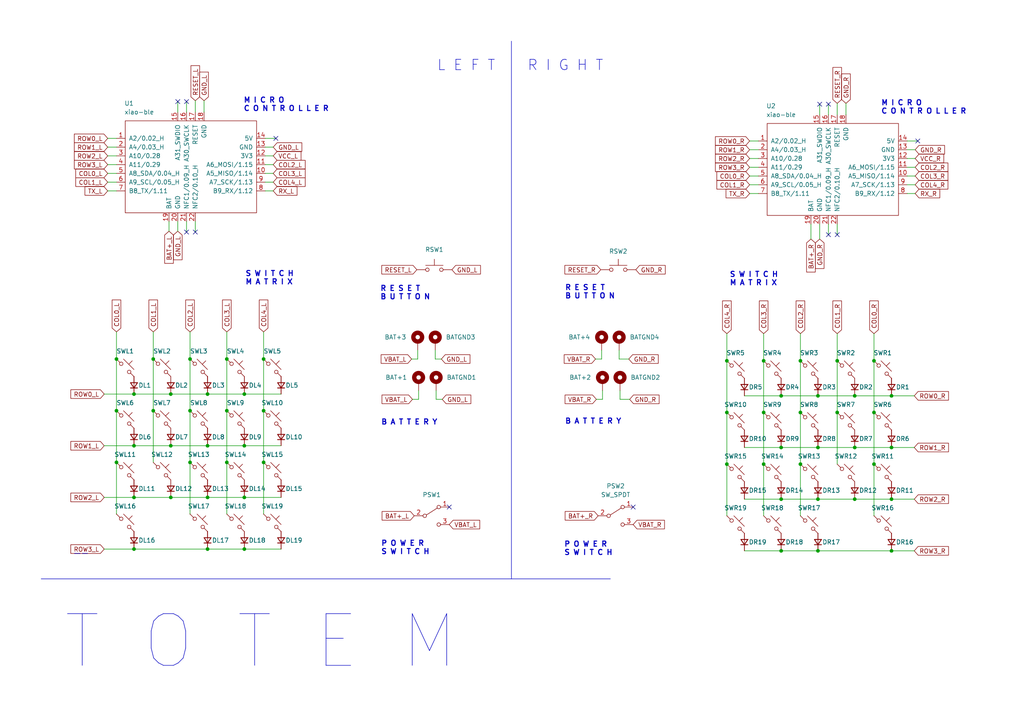
<source format=kicad_sch>
(kicad_sch (version 20231120) (generator "eeschema") (generator_version "8.0")
  (paper "A4")
  (title_block (title "TOTEM split keyboard") (date "2022-11-09") (rev "0.3") (comment 1 "made by GEIST"))
  (lib_symbols
    (symbol "Device:D_Small" (pin_numbers hide) (pin_names (offset 0.254) hide)
      (property "Reference" "D" (at -1.27 2.032 0))
      (property "Value" "D_Small" (at -3.81 -2.032 0))
      (symbol "D_Small_0_1"
        (polyline (pts (xy -0.762 -1.016) (xy -0.762 1.016)) (stroke (width 0.254)))
        (polyline (pts (xy -0.762 0) (xy 0.762 0)))
        (polyline (pts (xy 0.762 -1.016) (xy -0.762 0) (xy 0.762 1.016) (xy 0.762 -1.016)) (stroke (width 0.254)))
      )
      (symbol "D_Small_1_1"
        (pin passive line (at -2.54 0 0) (length 1.778) (name "K") (number "1"))
        (pin passive line (at 2.54 0 180) (length 1.778) (name "A") (number "2"))
      )
    )
    (symbol "Mechanical:MountingHole_Pad" (pin_numbers hide) (pin_names (offset 1.016) hide)
      (property "Reference" "H" (at 0 6.35 0))
      (property "Value" "MountingHole_Pad" (at 0 4.445 0))
      (symbol "MountingHole_Pad_0_1"
        (circle (center 0 1.27) (radius 1.27) (stroke (width 1.27)))
      )
      (symbol "MountingHole_Pad_1_1"
        (pin input line (at 0 -2.54 90) (length 2.54) (name "1") (number "1"))
      )
    )
    (symbol "Switch:SW_Push" (pin_numbers hide) (pin_names (offset 1.016) hide)
      (property "Reference" "SW" (at 1.27 2.54 0))
      (property "Value" "SW_Push" (at 0 -1.524 0))
      (symbol "SW_Push_0_1"
        (circle (center -2.032 0) (radius 0.508))
        (polyline (pts (xy 0 1.27) (xy 0 3.048)))
        (polyline (pts (xy 2.54 1.27) (xy -2.54 1.27)))
        (circle (center 2.032 0) (radius 0.508))
        (pin passive line (at -5.08 0 0) (length 2.54) (name "1") (number "1"))
        (pin passive line (at 5.08 0 180) (length 2.54) (name "2") (number "2"))
      )
    )
    (symbol "Switch:SW_Push_45deg" (pin_numbers hide) (pin_names (offset 1.016) hide)
      (property "Reference" "SW" (at 3.048 1.016 0))
      (property "Value" "SW_Push_45deg" (at 0 -3.81 0))
      (symbol "SW_Push_45deg_0_1"
        (circle (center -1.1684 1.1684) (radius 0.508))
        (polyline (pts (xy -0.508 2.54) (xy 2.54 -0.508)))
        (polyline (pts (xy 1.016 1.016) (xy 2.032 2.032)))
        (polyline (pts (xy -2.54 2.54) (xy -1.524 1.524) (xy -1.524 1.524)))
        (polyline (pts (xy 1.524 -1.524) (xy 2.54 -2.54) (xy 2.54 -2.54) (xy 2.54 -2.54)))
        (circle (center 1.143 -1.1938) (radius 0.508))
        (pin passive line (at -2.54 2.54 0) (length 0) (name "1") (number "1"))
        (pin passive line (at 2.54 -2.54 180) (length 0) (name "2") (number "2"))
      )
    )
    (symbol "Switch:SW_SPDT" (pin_names (offset 0) hide)
      (property "Reference" "SW" (at 0 4.318 0))
      (property "Value" "SW_SPDT" (at 0 -5.08 0))
      (symbol "SW_SPDT_0_0"
        (circle (center -2.032 0) (radius 0.508))
        (circle (center 2.032 -2.54) (radius 0.508))
      )
      (symbol "SW_SPDT_0_1"
        (polyline (pts (xy -1.524 0.254) (xy 1.651 2.286)))
        (circle (center 2.032 2.54) (radius 0.508))
      )
      (symbol "SW_SPDT_1_1"
        (pin passive line (at 5.08 2.54 180) (length 2.54) (name "A") (number "1"))
        (pin passive line (at -5.08 0 0) (length 2.54) (name "B") (number "2"))
        (pin passive line (at 5.08 -2.54 180) (length 2.54) (name "C") (number "3"))
      )
    )
    (symbol "mcu:xiao-ble" (pin_names (offset 1.016))
      (property "Reference" "U" (at -17.78 16.51 0))
      (property "Value" "xiao-ble" (at -15.24 13.97 0))
      (symbol "xiao-ble_0_1"
        (rectangle (start -19.05 12.7) (end 19.05 -13.97))
      )
      (symbol "xiao-ble_1_1"
        (pin bidirectional line (at -21.59 7.62 0) (length 2.54) (name "A2/0.02_H") (number "1"))
        (pin bidirectional line (at 21.59 -2.54 180) (length 2.54) (name "A5_MISO/1.14") (number "10"))
        (pin bidirectional line (at 21.59 0 180) (length 2.54) (name "A6_MOSI/1.15") (number "11"))
        (pin power_out line (at 21.59 2.54 180) (length 2.54) (name "3V3") (number "12"))
        (pin power_out line (at 21.59 5.08 180) (length 2.54) (name "GND") (number "13"))
        (pin power_out line (at 21.59 7.62 180) (length 2.54) (name "5V") (number "14"))
        (pin input line (at -3.81 15.24 270) (length 2.54) (name "A31_SWDIO") (number "15"))
        (pin input line (at -1.27 15.24 270) (length 2.54) (name "A30_SWCLK") (number "16"))
        (pin input line (at 1.27 15.24 270) (length 2.54) (name "RESET") (number "17"))
        (pin power_out line (at 3.81 15.24 270) (length 2.54) (name "GND") (number "18"))
        (pin bidirectional line (at -6.35 -16.51 90) (length 2.54) (name "BAT") (number "19"))
        (pin bidirectional line (at -21.59 5.08 0) (length 2.54) (name "A4/0.03_H") (number "2"))
        (pin power_out line (at -3.81 -16.51 90) (length 2.54) (name "GND") (number "20"))
        (pin bidirectional line (at -1.27 -16.51 90) (length 2.54) (name "NFC1/0.09_H") (number "21"))
        (pin bidirectional line (at 1.27 -16.51 90) (length 2.54) (name "NFC2/0.10_H") (number "22"))
        (pin bidirectional line (at -21.59 2.54 0) (length 2.54) (name "A10/0.28") (number "3"))
        (pin bidirectional line (at -21.59 0 0) (length 2.54) (name "A11/0.29") (number "4"))
        (pin bidirectional line (at -21.59 -2.54 0) (length 2.54) (name "A8_SDA/0.04_H") (number "5"))
        (pin bidirectional line (at -21.59 -5.08 0) (length 2.54) (name "A9_SCL/0.05_H") (number "6"))
        (pin bidirectional line (at -21.59 -7.62 0) (length 2.54) (name "B8_TX/1.11") (number "7"))
        (pin bidirectional line (at 21.59 -7.62 180) (length 2.54) (name "B9_RX/1.12") (number "8"))
        (pin bidirectional line (at 21.59 -5.08 180) (length 2.54) (name "A7_SCK/1.13") (number "9"))
      )
    )
  )
  (junction (at 33.782 104.14))
  (junction (at 33.782 134.112))
  (junction (at 226.568 129.794))
  (junction (at 49.53 114.3))
  (junction (at 44.45 119.126))
  (junction (at 55.118 119.126))
  (junction (at 70.866 129.286))
  (junction (at 226.568 144.78))
  (junction (at 226.568 159.766))
  (junction (at 237.236 114.808))
  (junction (at 49.53 144.272))
  (junction (at 38.862 159.258))
  (junction (at 232.156 119.634))
  (junction (at 258.572 144.78))
  (junction (at 76.454 104.14))
  (junction (at 70.866 144.272))
  (junction (at 221.488 119.634))
  (junction (at 237.236 159.766))
  (junction (at 247.904 144.78))
  (junction (at 76.454 119.126))
  (junction (at 44.45 104.14))
  (junction (at 70.866 114.3))
  (junction (at 210.82 134.62))
  (junction (at 232.156 134.62))
  (junction (at 55.118 104.14))
  (junction (at 247.904 129.794))
  (junction (at 242.824 104.648))
  (junction (at 60.198 144.272))
  (junction (at 38.862 144.272))
  (junction (at 232.156 104.648))
  (junction (at 247.904 114.808))
  (junction (at 210.82 104.648))
  (junction (at 65.786 104.14))
  (junction (at 60.198 114.3))
  (junction (at 60.198 159.258))
  (junction (at 258.572 129.794))
  (junction (at 49.53 129.286))
  (junction (at 33.782 119.126))
  (junction (at 258.572 114.808))
  (junction (at 70.866 159.258))
  (junction (at 237.236 129.794))
  (junction (at 221.488 134.62))
  (junction (at 55.118 134.112))
  (junction (at 258.572 159.766))
  (junction (at 253.492 119.634))
  (junction (at 242.824 119.634))
  (junction (at 38.862 129.286))
  (junction (at 65.786 119.126))
  (junction (at 76.454 134.112))
  (junction (at 253.492 134.62))
  (junction (at 65.786 134.112))
  (junction (at 226.568 114.808))
  (junction (at 60.198 129.286))
  (junction (at 237.236 144.78))
  (junction (at 38.862 114.3))
  (junction (at 253.492 104.648))
  (junction (at 221.488 104.648))
  (junction (at 210.82 119.634))
  (no_connect (at 237.744 30.226))
  (no_connect (at 240.284 30.226))
  (no_connect (at 54.102 67.31))
  (no_connect (at 56.642 67.31))
  (no_connect (at 183.642 147.066))
  (no_connect (at 54.102 29.464))
  (no_connect (at 51.562 29.464))
  (no_connect (at 266.192 40.894))
  (no_connect (at 80.01 40.132))
  (no_connect (at 130.302 147.066))
  (no_connect (at 242.824 68.072))
  (no_connect (at 240.284 68.072))
  (wire (pts (xy 215.9 144.78) (xy 226.568 144.78)))
  (wire (pts (xy 49.022 64.262) (xy 49.022 67.056)))
  (wire (pts (xy 217.424 40.894) (xy 219.964 40.894)))
  (wire (pts (xy 215.9 129.794) (xy 226.568 129.794)))
  (wire (pts (xy 179.578 104.14) (xy 182.372 104.14)))
  (wire (pts (xy 121.158 104.14) (xy 121.158 101.6)))
  (wire (pts (xy 119.38 104.14) (xy 121.158 104.14)))
  (wire (pts (xy 247.904 114.808) (xy 258.572 114.808)))
  (wire (pts (xy 179.832 113.284) (xy 179.832 115.824)))
  (wire (pts (xy 76.962 40.132) (xy 80.01 40.132)))
  (wire (pts (xy 253.492 96.774) (xy 253.492 104.648)))
  (wire (pts (xy 126.492 115.824) (xy 128.27 115.824)))
  (wire (pts (xy 126.492 113.284) (xy 126.492 115.824)))
  (wire (pts (xy 56.642 29.21) (xy 56.642 32.512)))
  (wire (pts (xy 65.786 104.14) (xy 65.786 119.126)))
  (wire (pts (xy 263.144 51.054) (xy 265.43 51.054)))
  (wire (pts (xy 240.284 65.024) (xy 240.284 68.072)))
  (wire (pts (xy 49.53 144.272) (xy 60.198 144.272)))
  (wire (pts (xy 210.82 96.774) (xy 210.82 104.648)))
  (wire (pts (xy 31.242 40.132) (xy 33.782 40.132)))
  (wire (pts (xy 217.424 56.134) (xy 219.964 56.134)))
  (wire (pts (xy 70.866 129.286) (xy 81.534 129.286)))
  (wire (pts (xy 226.568 144.78) (xy 237.236 144.78)))
  (wire (pts (xy 210.82 134.62) (xy 210.82 149.606)))
  (wire (pts (xy 210.82 119.634) (xy 210.82 134.62)))
  (wire (pts (xy 237.236 114.808) (xy 247.904 114.808)))
  (wire (pts (xy 217.424 51.054) (xy 219.964 51.054)))
  (wire (pts (xy 65.786 119.126) (xy 65.786 134.112)))
  (wire (pts (xy 263.144 43.434) (xy 265.43 43.434)))
  (wire (pts (xy 55.118 134.112) (xy 55.118 149.098)))
  (wire (pts (xy 253.492 134.62) (xy 253.492 149.606)))
  (wire (pts (xy 38.862 129.286) (xy 49.53 129.286)))
  (wire (pts (xy 76.454 104.14) (xy 76.454 119.126)))
  (wire (pts (xy 242.824 104.648) (xy 242.824 119.634)))
  (wire (pts (xy 232.156 96.774) (xy 232.156 104.648)))
  (wire (pts (xy 126.238 104.14) (xy 128.016 104.14)))
  (wire (pts (xy 215.9 114.808) (xy 226.568 114.808)))
  (wire (pts (xy 76.962 45.212) (xy 79.248 45.212)))
  (wire (pts (xy 33.782 134.112) (xy 33.782 149.098)))
  (wire (pts (xy 31.242 47.752) (xy 33.782 47.752)))
  (wire (pts (xy 54.102 29.464) (xy 54.102 32.512)))
  (wire (pts (xy 217.424 48.514) (xy 219.964 48.514)))
  (wire (pts (xy 30.226 129.286) (xy 38.862 129.286)))
  (wire (pts (xy 237.744 65.024) (xy 237.744 69.342)))
  (wire (pts (xy 76.962 52.832) (xy 79.248 52.832)))
  (wire (pts (xy 253.492 104.648) (xy 253.492 119.634)))
  (wire (pts (xy 174.498 104.14) (xy 174.498 101.6)))
  (wire (pts (xy 38.862 144.272) (xy 49.53 144.272)))
  (wire (pts (xy 51.562 29.464) (xy 51.562 32.512)))
  (wire (pts (xy 76.962 55.372) (xy 79.248 55.372)))
  (polyline (pts (xy 21.59 160.528) (xy 25.4 160.528)) (stroke (width 0) (type dash)))
  (wire (pts (xy 263.144 56.134) (xy 265.43 56.134)))
  (wire (pts (xy 263.144 40.894) (xy 266.192 40.894)))
  (wire (pts (xy 215.9 159.766) (xy 226.568 159.766)))
  (wire (pts (xy 70.866 114.3) (xy 81.534 114.3)))
  (wire (pts (xy 179.578 101.6) (xy 179.578 104.14)))
  (wire (pts (xy 258.572 129.794) (xy 265.176 129.794)))
  (wire (pts (xy 263.144 48.514) (xy 265.43 48.514)))
  (wire (pts (xy 242.824 119.634) (xy 242.824 134.62)))
  (wire (pts (xy 33.782 96.266) (xy 33.782 104.14)))
  (wire (pts (xy 76.454 96.266) (xy 76.454 104.14)))
  (wire (pts (xy 232.156 119.634) (xy 232.156 134.62)))
  (wire (pts (xy 38.862 159.258) (xy 60.198 159.258)))
  (wire (pts (xy 258.572 144.78) (xy 265.176 144.78)))
  (wire (pts (xy 31.242 45.212) (xy 33.782 45.212)))
  (wire (pts (xy 237.236 159.766) (xy 258.572 159.766)))
  (wire (pts (xy 65.786 96.266) (xy 65.786 104.14)))
  (wire (pts (xy 76.454 134.112) (xy 76.454 149.098)))
  (wire (pts (xy 119.634 115.824) (xy 121.412 115.824)))
  (wire (pts (xy 221.488 104.648) (xy 221.488 119.634)))
  (wire (pts (xy 242.824 96.774) (xy 242.824 104.648)))
  (wire (pts (xy 242.824 65.024) (xy 242.824 68.072)))
  (wire (pts (xy 226.568 159.766) (xy 237.236 159.766)))
  (wire (pts (xy 221.488 134.62) (xy 221.488 149.606)))
  (wire (pts (xy 172.72 104.14) (xy 174.498 104.14)))
  (wire (pts (xy 126.238 101.6) (xy 126.238 104.14)))
  (wire (pts (xy 237.236 144.78) (xy 247.904 144.78)))
  (wire (pts (xy 245.364 29.972) (xy 245.364 33.274)))
  (polyline (pts (xy 148.336 11.938) (xy 148.336 167.894)) (stroke (width 0) (type solid)))
  (wire (pts (xy 121.412 115.824) (xy 121.412 113.284)))
  (wire (pts (xy 30.226 114.3) (xy 38.862 114.3)))
  (wire (pts (xy 76.454 119.126) (xy 76.454 134.112)))
  (wire (pts (xy 258.572 159.766) (xy 265.176 159.766)))
  (wire (pts (xy 59.182 29.21) (xy 59.182 32.512)))
  (wire (pts (xy 49.53 129.286) (xy 60.198 129.286)))
  (wire (pts (xy 31.242 50.292) (xy 33.782 50.292)))
  (wire (pts (xy 258.572 114.808) (xy 265.176 114.808)))
  (wire (pts (xy 263.144 45.974) (xy 265.43 45.974)))
  (polyline (pts (xy 11.938 167.894) (xy 177.038 167.894)) (stroke (width 0) (type solid)))
  (wire (pts (xy 60.198 144.272) (xy 70.866 144.272)))
  (wire (pts (xy 242.824 29.972) (xy 242.824 33.274)))
  (wire (pts (xy 172.974 115.824) (xy 174.752 115.824)))
  (wire (pts (xy 247.904 129.794) (xy 258.572 129.794)))
  (wire (pts (xy 237.744 30.226) (xy 237.744 33.274)))
  (wire (pts (xy 226.568 114.808) (xy 237.236 114.808)))
  (wire (pts (xy 56.642 64.262) (xy 56.642 67.31)))
  (wire (pts (xy 49.53 114.3) (xy 60.198 114.3)))
  (wire (pts (xy 60.198 129.286) (xy 70.866 129.286)))
  (wire (pts (xy 232.156 134.62) (xy 232.156 149.606)))
  (wire (pts (xy 263.144 53.594) (xy 265.43 53.594)))
  (wire (pts (xy 31.242 55.372) (xy 33.782 55.372)))
  (wire (pts (xy 44.45 104.14) (xy 44.45 119.126)))
  (wire (pts (xy 217.424 53.594) (xy 219.964 53.594)))
  (wire (pts (xy 44.45 119.126) (xy 44.45 134.112)))
  (wire (pts (xy 237.236 129.794) (xy 247.904 129.794)))
  (wire (pts (xy 44.45 96.266) (xy 44.45 104.14)))
  (wire (pts (xy 38.862 114.3) (xy 49.53 114.3)))
  (wire (pts (xy 55.118 119.126) (xy 55.118 134.112)))
  (wire (pts (xy 217.424 43.434) (xy 219.964 43.434)))
  (wire (pts (xy 221.488 119.634) (xy 221.488 134.62)))
  (wire (pts (xy 65.786 134.112) (xy 65.786 149.098)))
  (wire (pts (xy 76.962 47.752) (xy 79.248 47.752)))
  (wire (pts (xy 174.752 115.824) (xy 174.752 113.284)))
  (wire (pts (xy 240.284 30.226) (xy 240.284 33.274)))
  (wire (pts (xy 60.198 159.258) (xy 70.866 159.258)))
  (wire (pts (xy 210.82 104.648) (xy 210.82 119.634)))
  (wire (pts (xy 31.242 52.832) (xy 33.782 52.832)))
  (wire (pts (xy 247.904 144.78) (xy 258.572 144.78)))
  (wire (pts (xy 221.488 96.774) (xy 221.488 104.648)))
  (wire (pts (xy 30.226 144.272) (xy 38.862 144.272)))
  (wire (pts (xy 76.962 42.672) (xy 79.248 42.672)))
  (wire (pts (xy 31.242 42.672) (xy 33.782 42.672)))
  (wire (pts (xy 232.156 104.648) (xy 232.156 119.634)))
  (wire (pts (xy 70.866 159.258) (xy 81.534 159.258)))
  (wire (pts (xy 235.204 65.024) (xy 235.204 69.342)))
  (wire (pts (xy 55.118 104.14) (xy 55.118 119.126)))
  (wire (pts (xy 33.782 104.14) (xy 33.782 119.126)))
  (wire (pts (xy 54.102 64.262) (xy 54.102 67.31)))
  (wire (pts (xy 55.118 96.266) (xy 55.118 104.14)))
  (wire (pts (xy 179.832 115.824) (xy 182.626 115.824)))
  (wire (pts (xy 60.198 114.3) (xy 70.866 114.3)))
  (wire (pts (xy 76.962 50.292) (xy 79.248 50.292)))
  (wire (pts (xy 51.562 64.262) (xy 51.562 67.056)))
  (wire (pts (xy 30.226 159.258) (xy 38.862 159.258)))
  (wire (pts (xy 33.782 119.126) (xy 33.782 134.112)))
  (wire (pts (xy 217.424 45.974) (xy 219.964 45.974)))
  (wire (pts (xy 253.492 119.634) (xy 253.492 134.62)))
  (wire (pts (xy 70.866 144.272) (xy 81.534 144.272)))
  (wire (pts (xy 226.568 129.794) (xy 237.236 129.794)))
  (text "M I C R O \nC O N T R O L L E R" (at 255.524 33.274 0) (effects (font (size 1.5 1.5) (thickness 0.3) (bold yes)) (justify left bottom)))
  (text "R E S E T \nB U T T O N" (at 110.236 87.122 0) (effects (font (size 1.5 1.5) (thickness 0.3) (bold yes)) (justify left bottom)))
  (text "S W I T C H\nM A T R I X" (at 71.12 82.804 0) (effects (font (size 1.5 1.5) (thickness 0.3) (bold yes)) (justify left bottom)))
  (text "P O W E R\nS W I T C H" (at 110.49 161.036 0) (effects (font (size 1.5 1.5) (thickness 0.3) (bold yes)) (justify left bottom)))
  (text "R E S E T \nB U T T O N" (at 163.83 86.868 0) (effects (font (size 1.5 1.5) (thickness 0.3) (bold yes)) (justify left bottom)))
  (text "T O T E M" (at 18.034 195.072 0) (effects (font (size 15 15)) (justify left bottom)))
  (text "S W I T C H\nM A T R I X" (at 211.582 83.058 0) (effects (font (size 1.5 1.5) (thickness 0.3) (bold yes)) (justify left bottom)))
  (text "B A T T E R Y" (at 110.49 123.444 0) (effects (font (size 1.5 1.5) (thickness 0.3) (bold yes)) (justify left bottom)))
  (text "P O W E R\nS W I T C H" (at 163.576 161.29 0) (effects (font (size 1.5 1.5) (thickness 0.3) (bold yes)) (justify left bottom)))
  (text "R I G H T" (at 152.908 20.828 0) (effects (font (size 3 3)) (justify left bottom)))
  (text "B A T T E R Y" (at 163.83 123.19 0) (effects (font (size 1.5 1.5) (thickness 0.3) (bold yes)) (justify left bottom)))
  (text "L E F T" (at 143.764 20.828 0) (effects (font (size 3 3)) (justify right bottom)))
  (text "M I C R O \nC O N T R O L L E R" (at 70.612 32.512 0) (effects (font (size 1.5 1.5) (thickness 0.3) (bold yes)) (justify left bottom)))
  (global_label "GND_L" (shape input) (at 131.064 78.232 0) (property "Intersheetrefs" "${INTERSHEET_REFS}" (effects (hide yes))))
  (global_label "VCC_R" (shape input) (at 265.43 45.974 0) (property "Intersheetrefs" "${INTERSHEET_REFS}" (effects (hide yes))))
  (global_label "ROW3_R" (shape input) (at 265.176 159.766 0) (property "Intersheetrefs" "${INTERSHEET_REFS}" (effects (hide yes))))
  (global_label "GND_R" (shape input) (at 265.43 43.434 0) (property "Intersheetrefs" "${INTERSHEET_REFS}" (effects (hide yes))))
  (global_label "COL3_L" (shape input) (at 65.786 96.266 90) (property "Intersheetrefs" "${INTERSHEET_REFS}" (effects (hide yes))))
  (global_label "COL4_L" (shape input) (at 76.454 96.266 90) (property "Intersheetrefs" "${INTERSHEET_REFS}" (effects (hide yes))))
  (global_label "ROW0_R" (shape input) (at 265.176 114.808 0) (property "Intersheetrefs" "${INTERSHEET_REFS}" (effects (hide yes))))
  (global_label "GND_L" (shape input) (at 128.016 104.14 0) (property "Intersheetrefs" "${INTERSHEET_REFS}" (effects (hide yes))))
  (global_label "COL1_L" (shape input) (at 44.45 96.266 90) (property "Intersheetrefs" "${INTERSHEET_REFS}" (effects (hide yes))))
  (global_label "GND_L" (shape input) (at 59.182 29.21 90) (property "Intersheetrefs" "${INTERSHEET_REFS}" (effects (hide yes))))
  (global_label "COL2_R" (shape input) (at 232.156 96.774 90) (property "Intersheetrefs" "${INTERSHEET_REFS}" (effects (hide yes))))
  (global_label "GND_L" (shape input) (at 79.248 42.672 0) (property "Intersheetrefs" "${INTERSHEET_REFS}" (effects (hide yes))))
  (global_label "BAT+_L" (shape input) (at 120.142 149.606 180) (property "Intersheetrefs" "${INTERSHEET_REFS}" (effects (hide yes))))
  (global_label "ROW0_R" (shape input) (at 217.424 40.894 180) (property "Intersheetrefs" "${INTERSHEET_REFS}" (effects (hide yes))))
  (global_label "COL0_R" (shape input) (at 217.424 51.054 180) (property "Intersheetrefs" "${INTERSHEET_REFS}" (effects (hide yes))))
  (global_label "COL4_R" (shape input) (at 265.43 53.594 0) (property "Intersheetrefs" "${INTERSHEET_REFS}" (effects (hide yes))))
  (global_label "RESET_R" (shape input) (at 242.824 29.972 90) (property "Intersheetrefs" "${INTERSHEET_REFS}" (effects (hide yes))))
  (global_label "RESET_R" (shape input) (at 174.244 78.232 180) (property "Intersheetrefs" "${INTERSHEET_REFS}" (effects (hide yes))))
  (global_label "ROW3_L" (shape input) (at 30.226 159.258 180) (property "Intersheetrefs" "${INTERSHEET_REFS}" (effects (hide yes))))
  (global_label "VBAT_R" (shape input) (at 183.642 152.146 0) (property "Intersheetrefs" "${INTERSHEET_REFS}" (effects (hide yes))))
  (global_label "GND_L" (shape input) (at 51.562 67.056 270) (property "Intersheetrefs" "${INTERSHEET_REFS}" (effects (hide yes))))
  (global_label "RESET_L" (shape input) (at 120.904 78.232 180) (property "Intersheetrefs" "${INTERSHEET_REFS}" (effects (hide yes))))
  (global_label "VBAT_R" (shape input) (at 172.974 115.824 180) (property "Intersheetrefs" "${INTERSHEET_REFS}" (effects (hide yes))))
  (global_label "VCC_L" (shape input) (at 79.248 45.212 0) (property "Intersheetrefs" "${INTERSHEET_REFS}" (effects (hide yes))))
  (global_label "BAT+_L" (shape input) (at 49.022 67.056 270) (property "Intersheetrefs" "${INTERSHEET_REFS}" (effects (hide yes))))
  (global_label "COL1_R" (shape input) (at 217.424 53.594 180) (property "Intersheetrefs" "${INTERSHEET_REFS}" (effects (hide yes))))
  (global_label "ROW3_R" (shape input) (at 217.424 48.514 180) (property "Intersheetrefs" "${INTERSHEET_REFS}" (effects (hide yes))))
  (global_label "BAT+_R" (shape input) (at 173.482 149.606 180) (property "Intersheetrefs" "${INTERSHEET_REFS}" (effects (hide yes))))
  (global_label "ROW0_L" (shape input) (at 30.226 114.3 180) (property "Intersheetrefs" "${INTERSHEET_REFS}" (effects (hide yes))))
  (global_label "GND_L" (shape input) (at 128.27 115.824 0) (property "Intersheetrefs" "${INTERSHEET_REFS}" (effects (hide yes))))
  (global_label "VBAT_L" (shape input) (at 119.634 115.824 180) (property "Intersheetrefs" "${INTERSHEET_REFS}" (effects (hide yes))))
  (global_label "ROW1_R" (shape input) (at 265.176 129.794 0) (property "Intersheetrefs" "${INTERSHEET_REFS}" (effects (hide yes))))
  (global_label "BAT+_R" (shape input) (at 235.204 69.342 270) (property "Intersheetrefs" "${INTERSHEET_REFS}" (effects (hide yes))))
  (global_label "GND_R" (shape input) (at 182.626 115.824 0) (property "Intersheetrefs" "${INTERSHEET_REFS}" (effects (hide yes))))
  (global_label "RX_L" (shape input) (at 79.248 55.372 0) (property "Intersheetrefs" "${INTERSHEET_REFS}" (effects (hide yes))))
  (global_label "GND_R" (shape input) (at 184.404 78.232 0) (property "Intersheetrefs" "${INTERSHEET_REFS}" (effects (hide yes))))
  (global_label "COL0_L" (shape input) (at 33.782 96.266 90) (property "Intersheetrefs" "${INTERSHEET_REFS}" (effects (hide yes))))
  (global_label "GND_R" (shape input) (at 182.372 104.14 0) (property "Intersheetrefs" "${INTERSHEET_REFS}" (effects (hide yes))))
  (global_label "ROW3_L" (shape input) (at 31.242 47.752 180) (property "Intersheetrefs" "${INTERSHEET_REFS}" (effects (hide yes))))
  (global_label "COL3_R" (shape input) (at 265.43 51.054 0) (property "Intersheetrefs" "${INTERSHEET_REFS}" (effects (hide yes))))
  (global_label "VBAT_R" (shape input) (at 172.72 104.14 180) (property "Intersheetrefs" "${INTERSHEET_REFS}" (effects (hide yes))))
  (global_label "COL4_R" (shape input) (at 210.82 96.774 90) (property "Intersheetrefs" "${INTERSHEET_REFS}" (effects (hide yes))))
  (global_label "RESET_L" (shape input) (at 56.642 29.21 90) (property "Intersheetrefs" "${INTERSHEET_REFS}" (effects (hide yes))))
  (global_label "COL3_R" (shape input) (at 221.488 96.774 90) (property "Intersheetrefs" "${INTERSHEET_REFS}" (effects (hide yes))))
  (global_label "TX_R" (shape input) (at 217.424 56.134 180) (property "Intersheetrefs" "${INTERSHEET_REFS}" (effects (hide yes))))
  (global_label "ROW1_L" (shape input) (at 30.226 129.286 180) (property "Intersheetrefs" "${INTERSHEET_REFS}" (effects (hide yes))))
  (global_label "ROW2_L" (shape input) (at 31.242 45.212 180) (property "Intersheetrefs" "${INTERSHEET_REFS}" (effects (hide yes))))
  (global_label "GND_R" (shape input) (at 237.744 69.342 270) (property "Intersheetrefs" "${INTERSHEET_REFS}" (effects (hide yes))))
  (global_label "COL2_R" (shape input) (at 265.43 48.514 0) (property "Intersheetrefs" "${INTERSHEET_REFS}" (effects (hide yes))))
  (global_label "GND_R" (shape input) (at 245.364 29.972 90) (property "Intersheetrefs" "${INTERSHEET_REFS}" (effects (hide yes))))
  (global_label "VBAT_L" (shape input) (at 119.38 104.14 180) (property "Intersheetrefs" "${INTERSHEET_REFS}" (effects (hide yes))))
  (global_label "VBAT_L" (shape input) (at 130.302 152.146 0) (property "Intersheetrefs" "${INTERSHEET_REFS}" (effects (hide yes))))
  (global_label "ROW1_L" (shape input) (at 31.242 42.672 180) (property "Intersheetrefs" "${INTERSHEET_REFS}" (effects (hide yes))))
  (global_label "COL1_R" (shape input) (at 242.824 96.774 90) (property "Intersheetrefs" "${INTERSHEET_REFS}" (effects (hide yes))))
  (global_label "COL0_L" (shape input) (at 31.242 50.292 180) (property "Intersheetrefs" "${INTERSHEET_REFS}" (effects (hide yes))))
  (global_label "COL2_L" (shape input) (at 79.248 47.752 0) (property "Intersheetrefs" "${INTERSHEET_REFS}" (effects (hide yes))))
  (global_label "ROW1_R" (shape input) (at 217.424 43.434 180) (property "Intersheetrefs" "${INTERSHEET_REFS}" (effects (hide yes))))
  (global_label "ROW2_R" (shape input) (at 265.176 144.78 0) (property "Intersheetrefs" "${INTERSHEET_REFS}" (effects (hide yes))))
  (global_label "COL0_R" (shape input) (at 253.492 96.774 90) (property "Intersheetrefs" "${INTERSHEET_REFS}" (effects (hide yes))))
  (global_label "COL3_L" (shape input) (at 79.248 50.292 0) (property "Intersheetrefs" "${INTERSHEET_REFS}" (effects (hide yes))))
  (global_label "COL2_L" (shape input) (at 55.118 96.266 90) (property "Intersheetrefs" "${INTERSHEET_REFS}" (effects (hide yes))))
  (global_label "TX_L" (shape input) (at 31.242 55.372 180) (property "Intersheetrefs" "${INTERSHEET_REFS}" (effects (hide yes))))
  (global_label "ROW2_L" (shape input) (at 30.226 144.272 180) (property "Intersheetrefs" "${INTERSHEET_REFS}" (effects (hide yes))))
  (global_label "COL4_L" (shape input) (at 79.248 52.832 0) (property "Intersheetrefs" "${INTERSHEET_REFS}" (effects (hide yes))))
  (global_label "RX_R" (shape input) (at 265.43 56.134 0) (property "Intersheetrefs" "${INTERSHEET_REFS}" (effects (hide yes))))
  (global_label "ROW0_L" (shape input) (at 31.242 40.132 180) (property "Intersheetrefs" "${INTERSHEET_REFS}" (effects (hide yes))))
  (global_label "COL1_L" (shape input) (at 31.242 52.832 180) (property "Intersheetrefs" "${INTERSHEET_REFS}" (effects (hide yes))))
  (global_label "ROW2_R" (shape input) (at 217.424 45.974 180) (property "Intersheetrefs" "${INTERSHEET_REFS}" (effects (hide yes))))
  (symbol (lib_id "Device:D_Small") (at 81.534 156.718 90) (unit 1)
    (property "Reference" "DL19" (at 82.804 156.718 90) (effects (justify right)))
    (property "Value" "D_Small" (effects (hide yes)))
    (property "Footprint" "TOTEMlib:Diode_SOD123" (effects (hide yes)))
  )
  (symbol (lib_id "Switch:SW_Push_45deg") (at 245.364 107.188 0) (unit 1)
    (property "Reference" "SWR2" (at 245.364 102.362 0))
    (property "Value" "SW_Push_45deg" (effects (hide yes)))
    (property "Footprint" "TOTEMlib:Kailh_socket_PG1350_optional" (effects (hide yes)))
  )
  (symbol (lib_id "Switch:SW_Push_45deg") (at 57.658 151.638 0) (unit 1)
    (property "Reference" "SWL17" (at 57.658 146.812 0))
    (property "Value" "SW_Push_45deg" (effects (hide yes)))
    (property "Footprint" "TOTEMlib:Kailh_socket_PG1350_optional" (effects (hide yes)))
  )
  (symbol (lib_id "Switch:SW_Push_45deg") (at 36.322 151.638 0) (unit 1)
    (property "Reference" "SWL16" (at 36.322 146.812 0))
    (property "Value" "SW_Push_45deg" (effects (hide yes)))
    (property "Footprint" "TOTEMlib:Kailh_socket_PG1350_optional" (effects (hide yes)))
  )
  (symbol (lib_id "Switch:SW_Push_45deg") (at 256.032 152.146 0) (unit 1)
    (property "Reference" "SWR16" (at 256.032 147.32 0))
    (property "Value" "SW_Push_45deg" (effects (hide yes)))
    (property "Footprint" "TOTEMlib:Kailh_socket_PG1350_optional" (effects (hide yes)))
  )
  (symbol (lib_id "Switch:SW_SPDT") (at 125.222 149.606 0) (unit 1)
    (property "Reference" "PSW1" (at 125.222 143.51 0))
    (property "Value" "SW_SPDT" (effects (hide yes)))
    (property "Footprint" "TOTEMlib:MSK12C02" (effects (hide yes)))
  )
  (symbol (lib_id "Switch:SW_Push_45deg") (at 68.326 106.68 0) (unit 1)
    (property "Reference" "SWL4" (at 68.326 101.854 0))
    (property "Value" "SW_Push_45deg" (effects (hide yes)))
    (property "Footprint" "TOTEMlib:Kailh_socket_PG1350_optional" (effects (hide yes)))
  )
  (symbol (lib_id "Device:D_Small") (at 258.572 127.254 90) (unit 1)
    (property "Reference" "DR6" (at 259.842 127.254 90) (effects (justify right)))
    (property "Value" "D_Small" (effects (hide yes)))
    (property "Footprint" "TOTEMlib:Diode_SOD123" (effects (hide yes)))
  )
  (symbol (lib_id "Mechanical:MountingHole_Pad") (at 121.412 110.744 0) (unit 1)
    (property "Reference" "BAT+1" (at 118.11 109.474 0) (effects (justify right)))
    (property "Value" "+" (effects (hide yes)))
    (property "Footprint" "TOTEMlib:BatteryPad" (effects (hide yes)))
  )
  (symbol (lib_id "Switch:SW_Push_45deg") (at 234.696 107.188 0) (unit 1)
    (property "Reference" "SWR3" (at 234.696 102.362 0))
    (property "Value" "SW_Push_45deg" (effects (hide yes)))
    (property "Footprint" "TOTEMlib:Kailh_socket_PG1350_optional" (effects (hide yes)))
  )
  (symbol (lib_id "Switch:SW_Push_45deg") (at 57.658 106.68 0) (unit 1)
    (property "Reference" "SWL3" (at 57.658 101.854 0))
    (property "Value" "SW_Push_45deg" (effects (hide yes)))
    (property "Footprint" "TOTEMlib:Kailh_socket_PG1350_optional" (effects (hide yes)))
  )
  (symbol (lib_id "Switch:SW_SPDT") (at 178.562 149.606 0) (unit 1)
    (property "Reference" "PSW2" (at 178.562 140.97 0))
    (property "Value" "SW_SPDT" (at 178.562 143.51 0))
    (property "Footprint" "TOTEMlib:MSK12C02" (effects (hide yes)))
  )
  (symbol (lib_id "Mechanical:MountingHole_Pad") (at 126.492 110.744 0) (unit 1)
    (property "Reference" "BATGND1" (at 129.54 109.474 0) (effects (justify left)))
    (property "Value" "-" (effects (hide yes)))
    (property "Footprint" "TOTEMlib:BatteryPad" (effects (hide yes)))
  )
  (symbol (lib_id "Device:D_Small") (at 215.9 112.268 90) (unit 1)
    (property "Reference" "DR5" (at 217.17 112.268 90) (effects (justify right)))
    (property "Value" "D_Small" (effects (hide yes)))
    (property "Footprint" "TOTEMlib:Diode_SOD123" (effects (hide yes)))
  )
  (symbol (lib_id "Switch:SW_Push_45deg") (at 213.36 122.174 0) (unit 1)
    (property "Reference" "SWR10" (at 213.36 117.348 0))
    (property "Value" "SW_Push_45deg" (effects (hide yes)))
    (property "Footprint" "TOTEMlib:Kailh_socket_PG1350_optional" (effects (hide yes)))
  )
  (symbol (lib_id "Switch:SW_Push") (at 125.984 78.232 0) (unit 1)
    (property "Reference" "RSW1" (at 125.984 72.39 0))
    (property "Value" "SW_Push" (effects (hide yes)))
    (property "Footprint" "TOTEMlib:SKHLLCA010" (effects (hide yes)))
  )
  (symbol (lib_id "Switch:SW_Push_45deg") (at 245.364 137.16 0) (unit 1)
    (property "Reference" "SWR12" (at 245.364 132.334 0))
    (property "Value" "SW_Push_45deg" (effects (hide yes)))
    (property "Footprint" "TOTEMlib:Kailh_socket_PG1350_optional" (effects (hide yes)))
  )
  (symbol (lib_id "Switch:SW_Push_45deg") (at 234.696 122.174 0) (unit 1)
    (property "Reference" "SWR8" (at 234.696 117.348 0))
    (property "Value" "SW_Push_45deg" (effects (hide yes)))
    (property "Footprint" "TOTEMlib:Kailh_socket_PG1350_optional" (effects (hide yes)))
  )
  (symbol (lib_id "Switch:SW_Push_45deg") (at 46.99 121.666 0) (unit 1)
    (property "Reference" "SWL7" (at 46.99 116.84 0))
    (property "Value" "SW_Push_45deg" (effects (hide yes)))
    (property "Footprint" "TOTEMlib:Kailh_socket_PG1350_optional" (effects (hide yes)))
  )
  (symbol (lib_id "mcu:xiao-ble") (at 55.372 47.752 0) (unit 1)
    (property "Reference" "U1" (at 36.068 29.972 0) (effects (justify left)))
    (property "Value" "xiao-ble" (at 36.068 32.512 0) (effects (justify left)))
    (property "Footprint" "TOTEMlib:xiao-ble-smd-cutout" (effects (hide yes)))
  )
  (symbol (lib_id "Device:D_Small") (at 226.568 142.24 90) (unit 1)
    (property "Reference" "DR14" (at 227.838 142.24 90) (effects (justify right)))
    (property "Value" "D_Small" (effects (hide yes)))
    (property "Footprint" "TOTEMlib:Diode_SOD123" (effects (hide yes)))
  )
  (symbol (lib_id "Switch:SW_Push_45deg") (at 234.696 137.16 0) (unit 1)
    (property "Reference" "SWR13" (at 234.696 132.334 0))
    (property "Value" "SW_Push_45deg" (effects (hide yes)))
    (property "Footprint" "TOTEMlib:Kailh_socket_PG1350_optional" (effects (hide yes)))
  )
  (symbol (lib_id "Device:D_Small") (at 38.862 111.76 90) (unit 1)
    (property "Reference" "DL1" (at 40.132 111.76 90) (effects (justify right)))
    (property "Value" "D_Small" (effects (hide yes)))
    (property "Footprint" "TOTEMlib:Diode_SOD123" (effects (hide yes)))
  )
  (symbol (lib_id "Device:D_Small") (at 258.572 157.226 90) (unit 1)
    (property "Reference" "DR16" (at 259.842 157.226 90) (effects (justify right)))
    (property "Value" "D_Small" (effects (hide yes)))
    (property "Footprint" "TOTEMlib:Diode_SOD123" (effects (hide yes)))
  )
  (symbol (lib_id "Mechanical:MountingHole_Pad") (at 126.238 99.06 0) (unit 1)
    (property "Reference" "BATGND3" (at 129.286 97.79 0) (effects (justify left)))
    (property "Value" "-" (effects (hide yes)))
    (property "Footprint" "TOTEMlib:BatteryPad" (effects (hide yes)))
  )
  (symbol (lib_id "Switch:SW_Push_45deg") (at 213.36 107.188 0) (unit 1)
    (property "Reference" "SWR5" (at 213.36 102.362 0))
    (property "Value" "SW_Push_45deg" (effects (hide yes)))
    (property "Footprint" "TOTEMlib:Kailh_socket_PG1350_optional" (effects (hide yes)))
  )
  (symbol (lib_id "Device:D_Small") (at 49.53 111.76 90) (unit 1)
    (property "Reference" "DL2" (at 50.8 111.76 90) (effects (justify right)))
    (property "Value" "D_Small" (effects (hide yes)))
    (property "Footprint" "TOTEMlib:Diode_SOD123" (effects (hide yes)))
  )
  (symbol (lib_id "Switch:SW_Push_45deg") (at 57.658 121.666 0) (unit 1)
    (property "Reference" "SWL8" (at 57.658 116.84 0))
    (property "Value" "SW_Push_45deg" (effects (hide yes)))
    (property "Footprint" "TOTEMlib:Kailh_socket_PG1350_optional" (effects (hide yes)))
  )
  (symbol (lib_id "Switch:SW_Push_45deg") (at 68.326 136.652 0) (unit 1)
    (property "Reference" "SWL14" (at 68.326 131.826 0))
    (property "Value" "SW_Push_45deg" (effects (hide yes)))
    (property "Footprint" "TOTEMlib:Kailh_socket_PG1350_optional" (effects (hide yes)))
  )
  (symbol (lib_id "Device:D_Small") (at 70.866 141.732 90) (unit 1)
    (property "Reference" "DL14" (at 72.136 141.732 90) (effects (justify right)))
    (property "Value" "D_Small" (effects (hide yes)))
    (property "Footprint" "TOTEMlib:Diode_SOD123" (effects (hide yes)))
  )
  (symbol (lib_id "Device:D_Small") (at 215.9 142.24 90) (unit 1)
    (property "Reference" "DR15" (at 217.17 142.24 90) (effects (justify right)))
    (property "Value" "D_Small" (effects (hide yes)))
    (property "Footprint" "TOTEMlib:Diode_SOD123" (effects (hide yes)))
  )
  (symbol (lib_id "Switch:SW_Push_45deg") (at 78.994 151.638 0) (unit 1)
    (property "Reference" "SWL19" (at 78.994 146.812 0))
    (property "Value" "SW_Push_45deg" (effects (hide yes)))
    (property "Footprint" "TOTEMlib:Kailh_socket_PG1350_optional" (effects (hide yes)))
  )
  (symbol (lib_id "Switch:SW_Push_45deg") (at 213.36 152.146 0) (unit 1)
    (property "Reference" "SWR19" (at 213.36 147.32 0))
    (property "Value" "SW_Push_45deg" (effects (hide yes)))
    (property "Footprint" "TOTEMlib:Kailh_socket_PG1350_optional" (effects (hide yes)))
  )
  (symbol (lib_id "Switch:SW_Push_45deg") (at 234.696 152.146 0) (unit 1)
    (property "Reference" "SWR17" (at 234.696 147.32 0))
    (property "Value" "SW_Push_45deg" (effects (hide yes)))
    (property "Footprint" "TOTEMlib:Kailh_socket_PG1350_optional" (effects (hide yes)))
  )
  (symbol (lib_id "Mechanical:MountingHole_Pad") (at 179.578 99.06 0) (unit 1)
    (property "Reference" "BATGND4" (at 182.626 97.79 0) (effects (justify left)))
    (property "Value" "-" (effects (hide yes)))
    (property "Footprint" "TOTEMlib:BatteryPad" (effects (hide yes)))
  )
  (symbol (lib_id "Switch:SW_Push_45deg") (at 245.364 122.174 0) (unit 1)
    (property "Reference" "SWR7" (at 245.364 117.348 0))
    (property "Value" "SW_Push_45deg" (effects (hide yes)))
    (property "Footprint" "TOTEMlib:Kailh_socket_PG1350_optional" (effects (hide yes)))
  )
  (symbol (lib_id "Switch:SW_Push_45deg") (at 36.322 106.68 0) (unit 1)
    (property "Reference" "SWL1" (at 36.322 101.854 0))
    (property "Value" "SW_Push_45deg" (effects (hide yes)))
    (property "Footprint" "TOTEMlib:Kailh_socket_PG1350_optional" (effects (hide yes)))
  )
  (symbol (lib_id "Device:D_Small") (at 81.534 111.76 90) (unit 1)
    (property "Reference" "DL5" (at 82.804 111.76 90) (effects (justify right)))
    (property "Value" "D_Small" (effects (hide yes)))
    (property "Footprint" "TOTEMlib:Diode_SOD123" (effects (hide yes)))
  )
  (symbol (lib_id "Device:D_Small") (at 226.568 112.268 90) (unit 1)
    (property "Reference" "DR4" (at 227.838 112.268 90) (effects (justify right)))
    (property "Value" "D_Small" (effects (hide yes)))
    (property "Footprint" "TOTEMlib:Diode_SOD123" (effects (hide yes)))
  )
  (symbol (lib_id "Device:D_Small") (at 237.236 142.24 90) (unit 1)
    (property "Reference" "DR13" (at 238.506 142.24 90) (effects (justify right)))
    (property "Value" "D_Small" (effects (hide yes)))
    (property "Footprint" "TOTEMlib:Diode_SOD123" (effects (hide yes)))
  )
  (symbol (lib_id "Mechanical:MountingHole_Pad") (at 179.832 110.744 0) (unit 1)
    (property "Reference" "BATGND2" (at 182.88 109.474 0) (effects (justify left)))
    (property "Value" "-" (effects (hide yes)))
    (property "Footprint" "TOTEMlib:BatteryPad" (effects (hide yes)))
  )
  (symbol (lib_id "Mechanical:MountingHole_Pad") (at 121.158 99.06 0) (unit 1)
    (property "Reference" "BAT+3" (at 117.856 97.79 0) (effects (justify right)))
    (property "Value" "+" (effects (hide yes)))
    (property "Footprint" "TOTEMlib:BatteryPad" (effects (hide yes)))
  )
  (symbol (lib_id "Switch:SW_Push_45deg") (at 68.326 121.666 0) (unit 1)
    (property "Reference" "SWL9" (at 68.326 116.84 0))
    (property "Value" "SW_Push_45deg" (effects (hide yes)))
    (property "Footprint" "TOTEMlib:Kailh_socket_PG1350_optional" (effects (hide yes)))
  )
  (symbol (lib_id "Switch:SW_Push_45deg") (at 78.994 106.68 0) (unit 1)
    (property "Reference" "SWL5" (at 78.994 101.854 0))
    (property "Value" "SW_Push_45deg" (effects (hide yes)))
    (property "Footprint" "TOTEMlib:Kailh_socket_PG1350_optional" (effects (hide yes)))
  )
  (symbol (lib_id "Switch:SW_Push_45deg") (at 224.028 137.16 0) (unit 1)
    (property "Reference" "SWR14" (at 224.028 132.334 0))
    (property "Value" "SW_Push_45deg" (effects (hide yes)))
    (property "Footprint" "TOTEMlib:Kailh_socket_PG1350_optional" (effects (hide yes)))
  )
  (symbol (lib_id "Device:D_Small") (at 81.534 126.746 90) (unit 1)
    (property "Reference" "DL10" (at 82.804 126.746 90) (effects (justify right)))
    (property "Value" "D_Small" (effects (hide yes)))
    (property "Footprint" "TOTEMlib:Diode_SOD123" (effects (hide yes)))
  )
  (symbol (lib_id "Device:D_Small") (at 70.866 156.718 90) (unit 1)
    (property "Reference" "DL18" (at 72.136 156.718 90) (effects (justify right)))
    (property "Value" "D_Small" (effects (hide yes)))
    (property "Footprint" "TOTEMlib:Diode_SOD123" (effects (hide yes)))
  )
  (symbol (lib_id "Device:D_Small") (at 49.53 126.746 90) (unit 1)
    (property "Reference" "DL7" (at 50.8 126.746 90) (effects (justify right)))
    (property "Value" "D_Small" (effects (hide yes)))
    (property "Footprint" "TOTEMlib:Diode_SOD123" (effects (hide yes)))
  )
  (symbol (lib_id "Device:D_Small") (at 60.198 111.76 90) (unit 1)
    (property "Reference" "DL3" (at 61.468 111.76 90) (effects (justify right)))
    (property "Value" "D_Small" (effects (hide yes)))
    (property "Footprint" "TOTEMlib:Diode_SOD123" (effects (hide yes)))
  )
  (symbol (lib_id "Switch:SW_Push_45deg") (at 46.99 106.68 0) (unit 1)
    (property "Reference" "SWL2" (at 46.99 101.854 0))
    (property "Value" "SW_Push_45deg" (effects (hide yes)))
    (property "Footprint" "TOTEMlib:Kailh_socket_PG1350_optional" (effects (hide yes)))
  )
  (symbol (lib_id "Switch:SW_Push_45deg") (at 78.994 136.652 0) (unit 1)
    (property "Reference" "SWL15" (at 78.994 131.826 0))
    (property "Value" "SW_Push_45deg" (effects (hide yes)))
    (property "Footprint" "TOTEMlib:Kailh_socket_PG1350_optional" (effects (hide yes)))
  )
  (symbol (lib_id "Switch:SW_Push_45deg") (at 78.994 121.666 0) (unit 1)
    (property "Reference" "SWL10" (at 78.994 116.84 0))
    (property "Value" "SW_Push_45deg" (effects (hide yes)))
    (property "Footprint" "TOTEMlib:Kailh_socket_PG1350_optional" (effects (hide yes)))
  )
  (symbol (lib_id "Device:D_Small") (at 237.236 157.226 90) (unit 1)
    (property "Reference" "DR17" (at 238.506 157.226 90) (effects (justify right)))
    (property "Value" "D_Small" (effects (hide yes)))
    (property "Footprint" "TOTEMlib:Diode_SOD123" (effects (hide yes)))
  )
  (symbol (lib_id "Device:D_Small") (at 237.236 112.268 90) (unit 1)
    (property "Reference" "DR3" (at 238.506 112.268 90) (effects (justify right)))
    (property "Value" "D_Small" (effects (hide yes)))
    (property "Footprint" "TOTEMlib:Diode_SOD123" (effects (hide yes)))
  )
  (symbol (lib_id "Switch:SW_Push_45deg") (at 213.36 137.16 0) (unit 1)
    (property "Reference" "SWR15" (at 213.36 132.334 0))
    (property "Value" "SW_Push_45deg" (effects (hide yes)))
    (property "Footprint" "TOTEMlib:Kailh_socket_PG1350_optional" (effects (hide yes)))
  )
  (symbol (lib_id "Switch:SW_Push_45deg") (at 57.658 136.652 0) (unit 1)
    (property "Reference" "SWL13" (at 57.658 131.826 0))
    (property "Value" "SW_Push_45deg" (effects (hide yes)))
    (property "Footprint" "TOTEMlib:Kailh_socket_PG1350_optional" (effects (hide yes)))
  )
  (symbol (lib_id "Device:D_Small") (at 38.862 156.718 90) (unit 1)
    (property "Reference" "DL16" (at 40.132 156.718 90) (effects (justify right)))
    (property "Value" "D_Small" (effects (hide yes)))
    (property "Footprint" "TOTEMlib:Diode_SOD123" (effects (hide yes)))
  )
  (symbol (lib_id "Device:D_Small") (at 226.568 127.254 90) (unit 1)
    (property "Reference" "DR9" (at 227.838 127.254 90) (effects (justify right)))
    (property "Value" "D_Small" (effects (hide yes)))
    (property "Footprint" "TOTEMlib:Diode_SOD123" (effects (hide yes)))
  )
  (symbol (lib_id "Mechanical:MountingHole_Pad") (at 174.752 110.744 0) (unit 1)
    (property "Reference" "BAT+2" (at 171.45 109.474 0) (effects (justify right)))
    (property "Value" "+" (effects (hide yes)))
    (property "Footprint" "TOTEMlib:BatteryPad" (effects (hide yes)))
  )
  (symbol (lib_id "Device:D_Small") (at 81.534 141.732 90) (unit 1)
    (property "Reference" "DL15" (at 82.804 141.732 90) (effects (justify right)))
    (property "Value" "D_Small" (effects (hide yes)))
    (property "Footprint" "TOTEMlib:Diode_SOD123" (effects (hide yes)))
  )
  (symbol (lib_id "Device:D_Small") (at 258.572 142.24 90) (unit 1)
    (property "Reference" "DR11" (at 259.842 142.24 90) (effects (justify right)))
    (property "Value" "D_Small" (effects (hide yes)))
    (property "Footprint" "TOTEMlib:Diode_SOD123" (effects (hide yes)))
  )
  (symbol (lib_id "Switch:SW_Push") (at 179.324 78.232 0) (unit 1)
    (property "Reference" "RSW2" (at 179.324 72.898 0))
    (property "Value" "SW_Push" (effects (hide yes)))
    (property "Footprint" "TOTEMlib:SKHLLCA010" (effects (hide yes)))
  )
  (symbol (lib_id "Mechanical:MountingHole_Pad") (at 174.498 99.06 0) (unit 1)
    (property "Reference" "BAT+4" (at 171.196 97.79 0) (effects (justify right)))
    (property "Value" "+" (effects (hide yes)))
    (property "Footprint" "TOTEMlib:BatteryPad" (effects (hide yes)))
  )
  (symbol (lib_id "Switch:SW_Push_45deg") (at 256.032 107.188 0) (unit 1)
    (property "Reference" "SWR1" (at 256.032 102.362 0))
    (property "Value" "SW_Push_45deg" (effects (hide yes)))
    (property "Footprint" "TOTEMlib:Kailh_socket_PG1350_optional" (effects (hide yes)))
  )
  (symbol (lib_id "Device:D_Small") (at 38.862 126.746 90) (unit 1)
    (property "Reference" "DL6" (at 40.132 126.746 90) (effects (justify right)))
    (property "Value" "D_Small" (effects (hide yes)))
    (property "Footprint" "TOTEMlib:Diode_SOD123" (effects (hide yes)))
  )
  (symbol (lib_id "Device:D_Small") (at 247.904 142.24 90) (unit 1)
    (property "Reference" "DR12" (at 249.174 142.24 90) (effects (justify right)))
    (property "Value" "D_Small" (effects (hide yes)))
    (property "Footprint" "TOTEMlib:Diode_SOD123" (effects (hide yes)))
  )
  (symbol (lib_id "Device:D_Small") (at 215.9 157.226 90) (unit 1)
    (property "Reference" "DR19" (at 217.17 157.226 90) (effects (justify right)))
    (property "Value" "D_Small" (effects (hide yes)))
    (property "Footprint" "TOTEMlib:Diode_SOD123" (effects (hide yes)))
  )
  (symbol (lib_id "Device:D_Small") (at 60.198 156.718 90) (unit 1)
    (property "Reference" "DL17" (at 61.468 156.718 90) (effects (justify right)))
    (property "Value" "D_Small" (effects (hide yes)))
    (property "Footprint" "TOTEMlib:Diode_SOD123" (effects (hide yes)))
  )
  (symbol (lib_id "Device:D_Small") (at 60.198 126.746 90) (unit 1)
    (property "Reference" "DL8" (at 61.468 126.746 90) (effects (justify right)))
    (property "Value" "D_Small" (effects (hide yes)))
    (property "Footprint" "TOTEMlib:Diode_SOD123" (effects (hide yes)))
  )
  (symbol (lib_id "Switch:SW_Push_45deg") (at 224.028 122.174 0) (unit 1)
    (property "Reference" "SWR9" (at 224.028 117.348 0))
    (property "Value" "SW_Push_45deg" (effects (hide yes)))
    (property "Footprint" "TOTEMlib:Kailh_socket_PG1350_optional" (effects (hide yes)))
  )
  (symbol (lib_id "Device:D_Small") (at 38.862 141.732 90) (unit 1)
    (property "Reference" "DL11" (at 40.132 141.732 90) (effects (justify right)))
    (property "Value" "D_Small" (effects (hide yes)))
    (property "Footprint" "TOTEMlib:Diode_SOD123" (effects (hide yes)))
  )
  (symbol (lib_id "Device:D_Small") (at 258.572 112.268 90) (unit 1)
    (property "Reference" "DR1" (at 259.842 112.268 90) (effects (justify right)))
    (property "Value" "D_Small" (effects (hide yes)))
    (property "Footprint" "TOTEMlib:Diode_SOD123" (effects (hide yes)))
  )
  (symbol (lib_id "Device:D_Small") (at 60.198 141.732 90) (unit 1)
    (property "Reference" "DL13" (at 61.468 141.732 90) (effects (justify right)))
    (property "Value" "D_Small" (effects (hide yes)))
    (property "Footprint" "TOTEMlib:Diode_SOD123" (effects (hide yes)))
  )
  (symbol (lib_id "Device:D_Small") (at 237.236 127.254 90) (unit 1)
    (property "Reference" "DR8" (at 238.506 127.254 90) (effects (justify right)))
    (property "Value" "D_Small" (effects (hide yes)))
    (property "Footprint" "TOTEMlib:Diode_SOD123" (effects (hide yes)))
  )
  (symbol (lib_id "mcu:xiao-ble") (at 241.554 48.514 0) (unit 1)
    (property "Reference" "U2" (at 222.25 30.734 0) (effects (justify left)))
    (property "Value" "xiao-ble" (at 222.25 33.274 0) (effects (justify left)))
    (property "Footprint" "TOTEMlib:xiao-ble-smd-cutout" (effects (hide yes)))
  )
  (symbol (lib_id "Device:D_Small") (at 226.568 157.226 90) (unit 1)
    (property "Reference" "DR18" (at 227.838 157.226 90) (effects (justify right)))
    (property "Value" "D_Small" (effects (hide yes)))
    (property "Footprint" "TOTEMlib:Diode_SOD123" (effects (hide yes)))
  )
  (symbol (lib_id "Device:D_Small") (at 247.904 112.268 90) (unit 1)
    (property "Reference" "DR2" (at 249.174 112.268 90) (effects (justify right)))
    (property "Value" "D_Small" (effects (hide yes)))
    (property "Footprint" "TOTEMlib:Diode_SOD123" (effects (hide yes)))
  )
  (symbol (lib_id "Switch:SW_Push_45deg") (at 256.032 122.174 0) (unit 1)
    (property "Reference" "SWR6" (at 256.032 117.348 0))
    (property "Value" "SW_Push_45deg" (effects (hide yes)))
    (property "Footprint" "TOTEMlib:Kailh_socket_PG1350_optional" (effects (hide yes)))
  )
  (symbol (lib_id "Device:D_Small") (at 247.904 127.254 90) (unit 1)
    (property "Reference" "DR7" (at 249.174 127.254 90) (effects (justify right)))
    (property "Value" "D_Small" (effects (hide yes)))
    (property "Footprint" "TOTEMlib:Diode_SOD123" (effects (hide yes)))
  )
  (symbol (lib_id "Switch:SW_Push_45deg") (at 46.99 136.652 0) (unit 1)
    (property "Reference" "SWL12" (at 46.99 131.826 0))
    (property "Value" "SW_Push_45deg" (effects (hide yes)))
    (property "Footprint" "TOTEMlib:Kailh_socket_PG1350_optional" (effects (hide yes)))
  )
  (symbol (lib_id "Switch:SW_Push_45deg") (at 68.326 151.638 0) (unit 1)
    (property "Reference" "SWL18" (at 68.326 146.812 0))
    (property "Value" "SW_Push_45deg" (effects (hide yes)))
    (property "Footprint" "TOTEMlib:Kailh_socket_PG1350_optional" (effects (hide yes)))
  )
  (symbol (lib_id "Switch:SW_Push_45deg") (at 36.322 121.666 0) (unit 1)
    (property "Reference" "SWL6" (at 36.322 116.84 0))
    (property "Value" "SW_Push_45deg" (effects (hide yes)))
    (property "Footprint" "TOTEMlib:Kailh_socket_PG1350_optional" (effects (hide yes)))
  )
  (symbol (lib_id "Device:D_Small") (at 70.866 111.76 90) (unit 1)
    (property "Reference" "DL4" (at 72.136 111.76 90) (effects (justify right)))
    (property "Value" "D_Small" (effects (hide yes)))
    (property "Footprint" "TOTEMlib:Diode_SOD123" (effects (hide yes)))
  )
  (symbol (lib_id "Device:D_Small") (at 70.866 126.746 90) (unit 1)
    (property "Reference" "DL9" (at 72.136 126.746 90) (effects (justify right)))
    (property "Value" "D_Small" (effects (hide yes)))
    (property "Footprint" "TOTEMlib:Diode_SOD123" (effects (hide yes)))
  )
  (symbol (lib_id "Switch:SW_Push_45deg") (at 224.028 107.188 0) (unit 1)
    (property "Reference" "SWR4" (at 224.028 102.362 0))
    (property "Value" "SW_Push_45deg" (effects (hide yes)))
    (property "Footprint" "TOTEMlib:Kailh_socket_PG1350_optional" (effects (hide yes)))
  )
  (symbol (lib_id "Switch:SW_Push_45deg") (at 224.028 152.146 0) (unit 1)
    (property "Reference" "SWR18" (at 224.028 147.32 0))
    (property "Value" "SW_Push_45deg" (effects (hide yes)))
    (property "Footprint" "TOTEMlib:Kailh_socket_PG1350_optional" (effects (hide yes)))
  )
  (symbol (lib_id "Device:D_Small") (at 49.53 141.732 90) (unit 1)
    (property "Reference" "DL12" (at 50.8 141.732 90) (effects (justify right)))
    (property "Value" "D_Small" (effects (hide yes)))
    (property "Footprint" "TOTEMlib:Diode_SOD123" (effects (hide yes)))
  )
  (symbol (lib_id "Switch:SW_Push_45deg") (at 36.322 136.652 0) (unit 1)
    (property "Reference" "SWL11" (at 36.322 131.826 0))
    (property "Value" "SW_Push_45deg" (effects (hide yes)))
    (property "Footprint" "TOTEMlib:Kailh_socket_PG1350_optional" (effects (hide yes)))
  )
  (symbol (lib_id "Device:D_Small") (at 215.9 127.254 90) (unit 1)
    (property "Reference" "DR10" (at 217.17 127.254 90) (effects (justify right)))
    (property "Value" "D_Small" (effects (hide yes)))
    (property "Footprint" "TOTEMlib:Diode_SOD123" (effects (hide yes)))
  )
  (symbol (lib_id "Switch:SW_Push_45deg") (at 256.032 137.16 0) (unit 1)
    (property "Reference" "SWR11" (at 256.032 132.334 0))
    (property "Value" "SW_Push_45deg" (effects (hide yes)))
    (property "Footprint" "TOTEMlib:Kailh_socket_PG1350_optional" (effects (hide yes)))
  )
)
</source>
